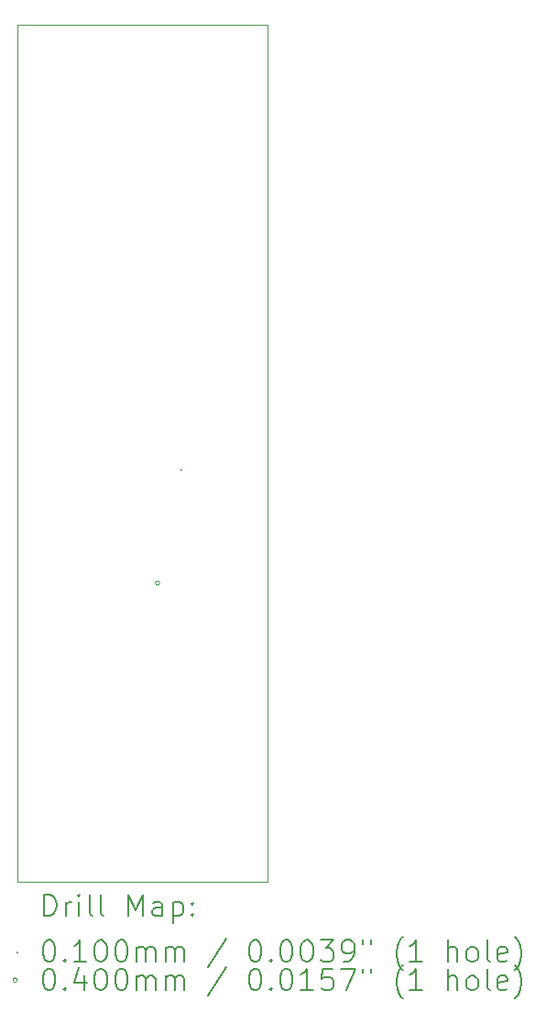
<source format=gbr>
%TF.GenerationSoftware,KiCad,Pcbnew,7.0.2*%
%TF.CreationDate,2023-05-03T22:51:01+02:00*%
%TF.ProjectId,Frackstock,46726163-6b73-4746-9f63-6b2e6b696361,rev?*%
%TF.SameCoordinates,PX54f9b60PY6e87f28*%
%TF.FileFunction,Drillmap*%
%TF.FilePolarity,Positive*%
%FSLAX45Y45*%
G04 Gerber Fmt 4.5, Leading zero omitted, Abs format (unit mm)*
G04 Created by KiCad (PCBNEW 7.0.2) date 2023-05-03 22:51:01*
%MOMM*%
%LPD*%
G01*
G04 APERTURE LIST*
%ADD10C,0.100000*%
%ADD11C,0.200000*%
%ADD12C,0.010000*%
%ADD13C,0.040000*%
G04 APERTURE END LIST*
D10*
X-320Y7904260D02*
X2304480Y7904260D01*
X2304480Y20D01*
X-320Y20D01*
X-320Y7904260D01*
D11*
D12*
X1501820Y3807380D02*
X1511820Y3797380D01*
X1511820Y3807380D02*
X1501820Y3797380D01*
D13*
X1310770Y2755788D02*
G75*
G03*
X1310770Y2755788I-20000J0D01*
G01*
D11*
X242299Y-317504D02*
X242299Y-117504D01*
X242299Y-117504D02*
X289918Y-117504D01*
X289918Y-117504D02*
X318490Y-127028D01*
X318490Y-127028D02*
X337537Y-146075D01*
X337537Y-146075D02*
X347061Y-165123D01*
X347061Y-165123D02*
X356585Y-203218D01*
X356585Y-203218D02*
X356585Y-231789D01*
X356585Y-231789D02*
X347061Y-269885D01*
X347061Y-269885D02*
X337537Y-288932D01*
X337537Y-288932D02*
X318490Y-307980D01*
X318490Y-307980D02*
X289918Y-317504D01*
X289918Y-317504D02*
X242299Y-317504D01*
X442299Y-317504D02*
X442299Y-184170D01*
X442299Y-222266D02*
X451823Y-203218D01*
X451823Y-203218D02*
X461347Y-193694D01*
X461347Y-193694D02*
X480394Y-184170D01*
X480394Y-184170D02*
X499442Y-184170D01*
X566109Y-317504D02*
X566109Y-184170D01*
X566109Y-117504D02*
X556585Y-127028D01*
X556585Y-127028D02*
X566109Y-136551D01*
X566109Y-136551D02*
X575632Y-127028D01*
X575632Y-127028D02*
X566109Y-117504D01*
X566109Y-117504D02*
X566109Y-136551D01*
X689918Y-317504D02*
X670870Y-307980D01*
X670870Y-307980D02*
X661347Y-288932D01*
X661347Y-288932D02*
X661347Y-117504D01*
X794680Y-317504D02*
X775632Y-307980D01*
X775632Y-307980D02*
X766108Y-288932D01*
X766108Y-288932D02*
X766108Y-117504D01*
X1023251Y-317504D02*
X1023251Y-117504D01*
X1023251Y-117504D02*
X1089918Y-260361D01*
X1089918Y-260361D02*
X1156585Y-117504D01*
X1156585Y-117504D02*
X1156585Y-317504D01*
X1337537Y-317504D02*
X1337537Y-212742D01*
X1337537Y-212742D02*
X1328013Y-193694D01*
X1328013Y-193694D02*
X1308966Y-184170D01*
X1308966Y-184170D02*
X1270870Y-184170D01*
X1270870Y-184170D02*
X1251823Y-193694D01*
X1337537Y-307980D02*
X1318490Y-317504D01*
X1318490Y-317504D02*
X1270870Y-317504D01*
X1270870Y-317504D02*
X1251823Y-307980D01*
X1251823Y-307980D02*
X1242299Y-288932D01*
X1242299Y-288932D02*
X1242299Y-269885D01*
X1242299Y-269885D02*
X1251823Y-250837D01*
X1251823Y-250837D02*
X1270870Y-241313D01*
X1270870Y-241313D02*
X1318490Y-241313D01*
X1318490Y-241313D02*
X1337537Y-231789D01*
X1432775Y-184170D02*
X1432775Y-384170D01*
X1432775Y-193694D02*
X1451823Y-184170D01*
X1451823Y-184170D02*
X1489918Y-184170D01*
X1489918Y-184170D02*
X1508966Y-193694D01*
X1508966Y-193694D02*
X1518489Y-203218D01*
X1518489Y-203218D02*
X1528013Y-222266D01*
X1528013Y-222266D02*
X1528013Y-279409D01*
X1528013Y-279409D02*
X1518489Y-298456D01*
X1518489Y-298456D02*
X1508966Y-307980D01*
X1508966Y-307980D02*
X1489918Y-317504D01*
X1489918Y-317504D02*
X1451823Y-317504D01*
X1451823Y-317504D02*
X1432775Y-307980D01*
X1613728Y-298456D02*
X1623251Y-307980D01*
X1623251Y-307980D02*
X1613728Y-317504D01*
X1613728Y-317504D02*
X1604204Y-307980D01*
X1604204Y-307980D02*
X1613728Y-298456D01*
X1613728Y-298456D02*
X1613728Y-317504D01*
X1613728Y-193694D02*
X1623251Y-203218D01*
X1623251Y-203218D02*
X1613728Y-212742D01*
X1613728Y-212742D02*
X1604204Y-203218D01*
X1604204Y-203218D02*
X1613728Y-193694D01*
X1613728Y-193694D02*
X1613728Y-212742D01*
D12*
X-15320Y-639980D02*
X-5320Y-649980D01*
X-5320Y-639980D02*
X-15320Y-649980D01*
D11*
X280394Y-537504D02*
X299442Y-537504D01*
X299442Y-537504D02*
X318490Y-547028D01*
X318490Y-547028D02*
X328013Y-556551D01*
X328013Y-556551D02*
X337537Y-575599D01*
X337537Y-575599D02*
X347061Y-613694D01*
X347061Y-613694D02*
X347061Y-661313D01*
X347061Y-661313D02*
X337537Y-699408D01*
X337537Y-699408D02*
X328013Y-718456D01*
X328013Y-718456D02*
X318490Y-727980D01*
X318490Y-727980D02*
X299442Y-737504D01*
X299442Y-737504D02*
X280394Y-737504D01*
X280394Y-737504D02*
X261347Y-727980D01*
X261347Y-727980D02*
X251823Y-718456D01*
X251823Y-718456D02*
X242299Y-699408D01*
X242299Y-699408D02*
X232775Y-661313D01*
X232775Y-661313D02*
X232775Y-613694D01*
X232775Y-613694D02*
X242299Y-575599D01*
X242299Y-575599D02*
X251823Y-556551D01*
X251823Y-556551D02*
X261347Y-547028D01*
X261347Y-547028D02*
X280394Y-537504D01*
X432775Y-718456D02*
X442299Y-727980D01*
X442299Y-727980D02*
X432775Y-737504D01*
X432775Y-737504D02*
X423251Y-727980D01*
X423251Y-727980D02*
X432775Y-718456D01*
X432775Y-718456D02*
X432775Y-737504D01*
X632775Y-737504D02*
X518489Y-737504D01*
X575632Y-737504D02*
X575632Y-537504D01*
X575632Y-537504D02*
X556585Y-566075D01*
X556585Y-566075D02*
X537537Y-585123D01*
X537537Y-585123D02*
X518489Y-594647D01*
X756585Y-537504D02*
X775632Y-537504D01*
X775632Y-537504D02*
X794680Y-547028D01*
X794680Y-547028D02*
X804204Y-556551D01*
X804204Y-556551D02*
X813728Y-575599D01*
X813728Y-575599D02*
X823251Y-613694D01*
X823251Y-613694D02*
X823251Y-661313D01*
X823251Y-661313D02*
X813728Y-699408D01*
X813728Y-699408D02*
X804204Y-718456D01*
X804204Y-718456D02*
X794680Y-727980D01*
X794680Y-727980D02*
X775632Y-737504D01*
X775632Y-737504D02*
X756585Y-737504D01*
X756585Y-737504D02*
X737537Y-727980D01*
X737537Y-727980D02*
X728013Y-718456D01*
X728013Y-718456D02*
X718489Y-699408D01*
X718489Y-699408D02*
X708966Y-661313D01*
X708966Y-661313D02*
X708966Y-613694D01*
X708966Y-613694D02*
X718489Y-575599D01*
X718489Y-575599D02*
X728013Y-556551D01*
X728013Y-556551D02*
X737537Y-547028D01*
X737537Y-547028D02*
X756585Y-537504D01*
X947061Y-537504D02*
X966109Y-537504D01*
X966109Y-537504D02*
X985156Y-547028D01*
X985156Y-547028D02*
X994680Y-556551D01*
X994680Y-556551D02*
X1004204Y-575599D01*
X1004204Y-575599D02*
X1013728Y-613694D01*
X1013728Y-613694D02*
X1013728Y-661313D01*
X1013728Y-661313D02*
X1004204Y-699408D01*
X1004204Y-699408D02*
X994680Y-718456D01*
X994680Y-718456D02*
X985156Y-727980D01*
X985156Y-727980D02*
X966109Y-737504D01*
X966109Y-737504D02*
X947061Y-737504D01*
X947061Y-737504D02*
X928013Y-727980D01*
X928013Y-727980D02*
X918489Y-718456D01*
X918489Y-718456D02*
X908966Y-699408D01*
X908966Y-699408D02*
X899442Y-661313D01*
X899442Y-661313D02*
X899442Y-613694D01*
X899442Y-613694D02*
X908966Y-575599D01*
X908966Y-575599D02*
X918489Y-556551D01*
X918489Y-556551D02*
X928013Y-547028D01*
X928013Y-547028D02*
X947061Y-537504D01*
X1099442Y-737504D02*
X1099442Y-604170D01*
X1099442Y-623218D02*
X1108966Y-613694D01*
X1108966Y-613694D02*
X1128013Y-604170D01*
X1128013Y-604170D02*
X1156585Y-604170D01*
X1156585Y-604170D02*
X1175632Y-613694D01*
X1175632Y-613694D02*
X1185156Y-632742D01*
X1185156Y-632742D02*
X1185156Y-737504D01*
X1185156Y-632742D02*
X1194680Y-613694D01*
X1194680Y-613694D02*
X1213728Y-604170D01*
X1213728Y-604170D02*
X1242299Y-604170D01*
X1242299Y-604170D02*
X1261347Y-613694D01*
X1261347Y-613694D02*
X1270871Y-632742D01*
X1270871Y-632742D02*
X1270871Y-737504D01*
X1366109Y-737504D02*
X1366109Y-604170D01*
X1366109Y-623218D02*
X1375632Y-613694D01*
X1375632Y-613694D02*
X1394680Y-604170D01*
X1394680Y-604170D02*
X1423251Y-604170D01*
X1423251Y-604170D02*
X1442299Y-613694D01*
X1442299Y-613694D02*
X1451823Y-632742D01*
X1451823Y-632742D02*
X1451823Y-737504D01*
X1451823Y-632742D02*
X1461347Y-613694D01*
X1461347Y-613694D02*
X1480394Y-604170D01*
X1480394Y-604170D02*
X1508966Y-604170D01*
X1508966Y-604170D02*
X1528013Y-613694D01*
X1528013Y-613694D02*
X1537537Y-632742D01*
X1537537Y-632742D02*
X1537537Y-737504D01*
X1928013Y-527980D02*
X1756585Y-785123D01*
X2185156Y-537504D02*
X2204204Y-537504D01*
X2204204Y-537504D02*
X2223252Y-547028D01*
X2223252Y-547028D02*
X2232775Y-556551D01*
X2232775Y-556551D02*
X2242299Y-575599D01*
X2242299Y-575599D02*
X2251823Y-613694D01*
X2251823Y-613694D02*
X2251823Y-661313D01*
X2251823Y-661313D02*
X2242299Y-699408D01*
X2242299Y-699408D02*
X2232775Y-718456D01*
X2232775Y-718456D02*
X2223252Y-727980D01*
X2223252Y-727980D02*
X2204204Y-737504D01*
X2204204Y-737504D02*
X2185156Y-737504D01*
X2185156Y-737504D02*
X2166109Y-727980D01*
X2166109Y-727980D02*
X2156585Y-718456D01*
X2156585Y-718456D02*
X2147061Y-699408D01*
X2147061Y-699408D02*
X2137537Y-661313D01*
X2137537Y-661313D02*
X2137537Y-613694D01*
X2137537Y-613694D02*
X2147061Y-575599D01*
X2147061Y-575599D02*
X2156585Y-556551D01*
X2156585Y-556551D02*
X2166109Y-547028D01*
X2166109Y-547028D02*
X2185156Y-537504D01*
X2337537Y-718456D02*
X2347061Y-727980D01*
X2347061Y-727980D02*
X2337537Y-737504D01*
X2337537Y-737504D02*
X2328014Y-727980D01*
X2328014Y-727980D02*
X2337537Y-718456D01*
X2337537Y-718456D02*
X2337537Y-737504D01*
X2470871Y-537504D02*
X2489918Y-537504D01*
X2489918Y-537504D02*
X2508966Y-547028D01*
X2508966Y-547028D02*
X2518490Y-556551D01*
X2518490Y-556551D02*
X2528014Y-575599D01*
X2528014Y-575599D02*
X2537537Y-613694D01*
X2537537Y-613694D02*
X2537537Y-661313D01*
X2537537Y-661313D02*
X2528014Y-699408D01*
X2528014Y-699408D02*
X2518490Y-718456D01*
X2518490Y-718456D02*
X2508966Y-727980D01*
X2508966Y-727980D02*
X2489918Y-737504D01*
X2489918Y-737504D02*
X2470871Y-737504D01*
X2470871Y-737504D02*
X2451823Y-727980D01*
X2451823Y-727980D02*
X2442299Y-718456D01*
X2442299Y-718456D02*
X2432775Y-699408D01*
X2432775Y-699408D02*
X2423252Y-661313D01*
X2423252Y-661313D02*
X2423252Y-613694D01*
X2423252Y-613694D02*
X2432775Y-575599D01*
X2432775Y-575599D02*
X2442299Y-556551D01*
X2442299Y-556551D02*
X2451823Y-547028D01*
X2451823Y-547028D02*
X2470871Y-537504D01*
X2661347Y-537504D02*
X2680395Y-537504D01*
X2680395Y-537504D02*
X2699442Y-547028D01*
X2699442Y-547028D02*
X2708966Y-556551D01*
X2708966Y-556551D02*
X2718490Y-575599D01*
X2718490Y-575599D02*
X2728014Y-613694D01*
X2728014Y-613694D02*
X2728014Y-661313D01*
X2728014Y-661313D02*
X2718490Y-699408D01*
X2718490Y-699408D02*
X2708966Y-718456D01*
X2708966Y-718456D02*
X2699442Y-727980D01*
X2699442Y-727980D02*
X2680395Y-737504D01*
X2680395Y-737504D02*
X2661347Y-737504D01*
X2661347Y-737504D02*
X2642299Y-727980D01*
X2642299Y-727980D02*
X2632775Y-718456D01*
X2632775Y-718456D02*
X2623252Y-699408D01*
X2623252Y-699408D02*
X2613728Y-661313D01*
X2613728Y-661313D02*
X2613728Y-613694D01*
X2613728Y-613694D02*
X2623252Y-575599D01*
X2623252Y-575599D02*
X2632775Y-556551D01*
X2632775Y-556551D02*
X2642299Y-547028D01*
X2642299Y-547028D02*
X2661347Y-537504D01*
X2794680Y-537504D02*
X2918490Y-537504D01*
X2918490Y-537504D02*
X2851823Y-613694D01*
X2851823Y-613694D02*
X2880394Y-613694D01*
X2880394Y-613694D02*
X2899442Y-623218D01*
X2899442Y-623218D02*
X2908966Y-632742D01*
X2908966Y-632742D02*
X2918490Y-651790D01*
X2918490Y-651790D02*
X2918490Y-699408D01*
X2918490Y-699408D02*
X2908966Y-718456D01*
X2908966Y-718456D02*
X2899442Y-727980D01*
X2899442Y-727980D02*
X2880394Y-737504D01*
X2880394Y-737504D02*
X2823252Y-737504D01*
X2823252Y-737504D02*
X2804204Y-727980D01*
X2804204Y-727980D02*
X2794680Y-718456D01*
X3013728Y-737504D02*
X3051823Y-737504D01*
X3051823Y-737504D02*
X3070871Y-727980D01*
X3070871Y-727980D02*
X3080394Y-718456D01*
X3080394Y-718456D02*
X3099442Y-689885D01*
X3099442Y-689885D02*
X3108966Y-651790D01*
X3108966Y-651790D02*
X3108966Y-575599D01*
X3108966Y-575599D02*
X3099442Y-556551D01*
X3099442Y-556551D02*
X3089918Y-547028D01*
X3089918Y-547028D02*
X3070871Y-537504D01*
X3070871Y-537504D02*
X3032775Y-537504D01*
X3032775Y-537504D02*
X3013728Y-547028D01*
X3013728Y-547028D02*
X3004204Y-556551D01*
X3004204Y-556551D02*
X2994680Y-575599D01*
X2994680Y-575599D02*
X2994680Y-623218D01*
X2994680Y-623218D02*
X3004204Y-642266D01*
X3004204Y-642266D02*
X3013728Y-651790D01*
X3013728Y-651790D02*
X3032775Y-661313D01*
X3032775Y-661313D02*
X3070871Y-661313D01*
X3070871Y-661313D02*
X3089918Y-651790D01*
X3089918Y-651790D02*
X3099442Y-642266D01*
X3099442Y-642266D02*
X3108966Y-623218D01*
X3185156Y-537504D02*
X3185156Y-575599D01*
X3261347Y-537504D02*
X3261347Y-575599D01*
X3556585Y-813694D02*
X3547061Y-804170D01*
X3547061Y-804170D02*
X3528014Y-775599D01*
X3528014Y-775599D02*
X3518490Y-756551D01*
X3518490Y-756551D02*
X3508966Y-727980D01*
X3508966Y-727980D02*
X3499442Y-680361D01*
X3499442Y-680361D02*
X3499442Y-642266D01*
X3499442Y-642266D02*
X3508966Y-594647D01*
X3508966Y-594647D02*
X3518490Y-566075D01*
X3518490Y-566075D02*
X3528014Y-547028D01*
X3528014Y-547028D02*
X3547061Y-518456D01*
X3547061Y-518456D02*
X3556585Y-508932D01*
X3737537Y-737504D02*
X3623252Y-737504D01*
X3680394Y-737504D02*
X3680394Y-537504D01*
X3680394Y-537504D02*
X3661347Y-566075D01*
X3661347Y-566075D02*
X3642299Y-585123D01*
X3642299Y-585123D02*
X3623252Y-594647D01*
X3975633Y-737504D02*
X3975633Y-537504D01*
X4061347Y-737504D02*
X4061347Y-632742D01*
X4061347Y-632742D02*
X4051823Y-613694D01*
X4051823Y-613694D02*
X4032776Y-604170D01*
X4032776Y-604170D02*
X4004204Y-604170D01*
X4004204Y-604170D02*
X3985156Y-613694D01*
X3985156Y-613694D02*
X3975633Y-623218D01*
X4185156Y-737504D02*
X4166109Y-727980D01*
X4166109Y-727980D02*
X4156585Y-718456D01*
X4156585Y-718456D02*
X4147061Y-699408D01*
X4147061Y-699408D02*
X4147061Y-642266D01*
X4147061Y-642266D02*
X4156585Y-623218D01*
X4156585Y-623218D02*
X4166109Y-613694D01*
X4166109Y-613694D02*
X4185156Y-604170D01*
X4185156Y-604170D02*
X4213728Y-604170D01*
X4213728Y-604170D02*
X4232776Y-613694D01*
X4232776Y-613694D02*
X4242299Y-623218D01*
X4242299Y-623218D02*
X4251823Y-642266D01*
X4251823Y-642266D02*
X4251823Y-699408D01*
X4251823Y-699408D02*
X4242299Y-718456D01*
X4242299Y-718456D02*
X4232776Y-727980D01*
X4232776Y-727980D02*
X4213728Y-737504D01*
X4213728Y-737504D02*
X4185156Y-737504D01*
X4366109Y-737504D02*
X4347061Y-727980D01*
X4347061Y-727980D02*
X4337538Y-708932D01*
X4337538Y-708932D02*
X4337538Y-537504D01*
X4518490Y-727980D02*
X4499442Y-737504D01*
X4499442Y-737504D02*
X4461347Y-737504D01*
X4461347Y-737504D02*
X4442299Y-727980D01*
X4442299Y-727980D02*
X4432776Y-708932D01*
X4432776Y-708932D02*
X4432776Y-632742D01*
X4432776Y-632742D02*
X4442299Y-613694D01*
X4442299Y-613694D02*
X4461347Y-604170D01*
X4461347Y-604170D02*
X4499442Y-604170D01*
X4499442Y-604170D02*
X4518490Y-613694D01*
X4518490Y-613694D02*
X4528014Y-632742D01*
X4528014Y-632742D02*
X4528014Y-651790D01*
X4528014Y-651790D02*
X4432776Y-670837D01*
X4594680Y-813694D02*
X4604204Y-804170D01*
X4604204Y-804170D02*
X4623252Y-775599D01*
X4623252Y-775599D02*
X4632776Y-756551D01*
X4632776Y-756551D02*
X4642299Y-727980D01*
X4642299Y-727980D02*
X4651823Y-680361D01*
X4651823Y-680361D02*
X4651823Y-642266D01*
X4651823Y-642266D02*
X4642299Y-594647D01*
X4642299Y-594647D02*
X4632776Y-566075D01*
X4632776Y-566075D02*
X4623252Y-547028D01*
X4623252Y-547028D02*
X4604204Y-518456D01*
X4604204Y-518456D02*
X4594680Y-508932D01*
D13*
X-5320Y-908980D02*
G75*
G03*
X-5320Y-908980I-20000J0D01*
G01*
D11*
X280394Y-801504D02*
X299442Y-801504D01*
X299442Y-801504D02*
X318490Y-811028D01*
X318490Y-811028D02*
X328013Y-820551D01*
X328013Y-820551D02*
X337537Y-839599D01*
X337537Y-839599D02*
X347061Y-877694D01*
X347061Y-877694D02*
X347061Y-925313D01*
X347061Y-925313D02*
X337537Y-963408D01*
X337537Y-963408D02*
X328013Y-982456D01*
X328013Y-982456D02*
X318490Y-991980D01*
X318490Y-991980D02*
X299442Y-1001504D01*
X299442Y-1001504D02*
X280394Y-1001504D01*
X280394Y-1001504D02*
X261347Y-991980D01*
X261347Y-991980D02*
X251823Y-982456D01*
X251823Y-982456D02*
X242299Y-963408D01*
X242299Y-963408D02*
X232775Y-925313D01*
X232775Y-925313D02*
X232775Y-877694D01*
X232775Y-877694D02*
X242299Y-839599D01*
X242299Y-839599D02*
X251823Y-820551D01*
X251823Y-820551D02*
X261347Y-811028D01*
X261347Y-811028D02*
X280394Y-801504D01*
X432775Y-982456D02*
X442299Y-991980D01*
X442299Y-991980D02*
X432775Y-1001504D01*
X432775Y-1001504D02*
X423251Y-991980D01*
X423251Y-991980D02*
X432775Y-982456D01*
X432775Y-982456D02*
X432775Y-1001504D01*
X613728Y-868170D02*
X613728Y-1001504D01*
X566109Y-791980D02*
X518489Y-934837D01*
X518489Y-934837D02*
X642299Y-934837D01*
X756585Y-801504D02*
X775632Y-801504D01*
X775632Y-801504D02*
X794680Y-811028D01*
X794680Y-811028D02*
X804204Y-820551D01*
X804204Y-820551D02*
X813728Y-839599D01*
X813728Y-839599D02*
X823251Y-877694D01*
X823251Y-877694D02*
X823251Y-925313D01*
X823251Y-925313D02*
X813728Y-963408D01*
X813728Y-963408D02*
X804204Y-982456D01*
X804204Y-982456D02*
X794680Y-991980D01*
X794680Y-991980D02*
X775632Y-1001504D01*
X775632Y-1001504D02*
X756585Y-1001504D01*
X756585Y-1001504D02*
X737537Y-991980D01*
X737537Y-991980D02*
X728013Y-982456D01*
X728013Y-982456D02*
X718489Y-963408D01*
X718489Y-963408D02*
X708966Y-925313D01*
X708966Y-925313D02*
X708966Y-877694D01*
X708966Y-877694D02*
X718489Y-839599D01*
X718489Y-839599D02*
X728013Y-820551D01*
X728013Y-820551D02*
X737537Y-811028D01*
X737537Y-811028D02*
X756585Y-801504D01*
X947061Y-801504D02*
X966109Y-801504D01*
X966109Y-801504D02*
X985156Y-811028D01*
X985156Y-811028D02*
X994680Y-820551D01*
X994680Y-820551D02*
X1004204Y-839599D01*
X1004204Y-839599D02*
X1013728Y-877694D01*
X1013728Y-877694D02*
X1013728Y-925313D01*
X1013728Y-925313D02*
X1004204Y-963408D01*
X1004204Y-963408D02*
X994680Y-982456D01*
X994680Y-982456D02*
X985156Y-991980D01*
X985156Y-991980D02*
X966109Y-1001504D01*
X966109Y-1001504D02*
X947061Y-1001504D01*
X947061Y-1001504D02*
X928013Y-991980D01*
X928013Y-991980D02*
X918489Y-982456D01*
X918489Y-982456D02*
X908966Y-963408D01*
X908966Y-963408D02*
X899442Y-925313D01*
X899442Y-925313D02*
X899442Y-877694D01*
X899442Y-877694D02*
X908966Y-839599D01*
X908966Y-839599D02*
X918489Y-820551D01*
X918489Y-820551D02*
X928013Y-811028D01*
X928013Y-811028D02*
X947061Y-801504D01*
X1099442Y-1001504D02*
X1099442Y-868170D01*
X1099442Y-887218D02*
X1108966Y-877694D01*
X1108966Y-877694D02*
X1128013Y-868170D01*
X1128013Y-868170D02*
X1156585Y-868170D01*
X1156585Y-868170D02*
X1175632Y-877694D01*
X1175632Y-877694D02*
X1185156Y-896742D01*
X1185156Y-896742D02*
X1185156Y-1001504D01*
X1185156Y-896742D02*
X1194680Y-877694D01*
X1194680Y-877694D02*
X1213728Y-868170D01*
X1213728Y-868170D02*
X1242299Y-868170D01*
X1242299Y-868170D02*
X1261347Y-877694D01*
X1261347Y-877694D02*
X1270871Y-896742D01*
X1270871Y-896742D02*
X1270871Y-1001504D01*
X1366109Y-1001504D02*
X1366109Y-868170D01*
X1366109Y-887218D02*
X1375632Y-877694D01*
X1375632Y-877694D02*
X1394680Y-868170D01*
X1394680Y-868170D02*
X1423251Y-868170D01*
X1423251Y-868170D02*
X1442299Y-877694D01*
X1442299Y-877694D02*
X1451823Y-896742D01*
X1451823Y-896742D02*
X1451823Y-1001504D01*
X1451823Y-896742D02*
X1461347Y-877694D01*
X1461347Y-877694D02*
X1480394Y-868170D01*
X1480394Y-868170D02*
X1508966Y-868170D01*
X1508966Y-868170D02*
X1528013Y-877694D01*
X1528013Y-877694D02*
X1537537Y-896742D01*
X1537537Y-896742D02*
X1537537Y-1001504D01*
X1928013Y-791980D02*
X1756585Y-1049123D01*
X2185156Y-801504D02*
X2204204Y-801504D01*
X2204204Y-801504D02*
X2223252Y-811028D01*
X2223252Y-811028D02*
X2232775Y-820551D01*
X2232775Y-820551D02*
X2242299Y-839599D01*
X2242299Y-839599D02*
X2251823Y-877694D01*
X2251823Y-877694D02*
X2251823Y-925313D01*
X2251823Y-925313D02*
X2242299Y-963408D01*
X2242299Y-963408D02*
X2232775Y-982456D01*
X2232775Y-982456D02*
X2223252Y-991980D01*
X2223252Y-991980D02*
X2204204Y-1001504D01*
X2204204Y-1001504D02*
X2185156Y-1001504D01*
X2185156Y-1001504D02*
X2166109Y-991980D01*
X2166109Y-991980D02*
X2156585Y-982456D01*
X2156585Y-982456D02*
X2147061Y-963408D01*
X2147061Y-963408D02*
X2137537Y-925313D01*
X2137537Y-925313D02*
X2137537Y-877694D01*
X2137537Y-877694D02*
X2147061Y-839599D01*
X2147061Y-839599D02*
X2156585Y-820551D01*
X2156585Y-820551D02*
X2166109Y-811028D01*
X2166109Y-811028D02*
X2185156Y-801504D01*
X2337537Y-982456D02*
X2347061Y-991980D01*
X2347061Y-991980D02*
X2337537Y-1001504D01*
X2337537Y-1001504D02*
X2328014Y-991980D01*
X2328014Y-991980D02*
X2337537Y-982456D01*
X2337537Y-982456D02*
X2337537Y-1001504D01*
X2470871Y-801504D02*
X2489918Y-801504D01*
X2489918Y-801504D02*
X2508966Y-811028D01*
X2508966Y-811028D02*
X2518490Y-820551D01*
X2518490Y-820551D02*
X2528014Y-839599D01*
X2528014Y-839599D02*
X2537537Y-877694D01*
X2537537Y-877694D02*
X2537537Y-925313D01*
X2537537Y-925313D02*
X2528014Y-963408D01*
X2528014Y-963408D02*
X2518490Y-982456D01*
X2518490Y-982456D02*
X2508966Y-991980D01*
X2508966Y-991980D02*
X2489918Y-1001504D01*
X2489918Y-1001504D02*
X2470871Y-1001504D01*
X2470871Y-1001504D02*
X2451823Y-991980D01*
X2451823Y-991980D02*
X2442299Y-982456D01*
X2442299Y-982456D02*
X2432775Y-963408D01*
X2432775Y-963408D02*
X2423252Y-925313D01*
X2423252Y-925313D02*
X2423252Y-877694D01*
X2423252Y-877694D02*
X2432775Y-839599D01*
X2432775Y-839599D02*
X2442299Y-820551D01*
X2442299Y-820551D02*
X2451823Y-811028D01*
X2451823Y-811028D02*
X2470871Y-801504D01*
X2728014Y-1001504D02*
X2613728Y-1001504D01*
X2670871Y-1001504D02*
X2670871Y-801504D01*
X2670871Y-801504D02*
X2651823Y-830075D01*
X2651823Y-830075D02*
X2632775Y-849123D01*
X2632775Y-849123D02*
X2613728Y-858647D01*
X2908966Y-801504D02*
X2813728Y-801504D01*
X2813728Y-801504D02*
X2804204Y-896742D01*
X2804204Y-896742D02*
X2813728Y-887218D01*
X2813728Y-887218D02*
X2832775Y-877694D01*
X2832775Y-877694D02*
X2880394Y-877694D01*
X2880394Y-877694D02*
X2899442Y-887218D01*
X2899442Y-887218D02*
X2908966Y-896742D01*
X2908966Y-896742D02*
X2918490Y-915789D01*
X2918490Y-915789D02*
X2918490Y-963408D01*
X2918490Y-963408D02*
X2908966Y-982456D01*
X2908966Y-982456D02*
X2899442Y-991980D01*
X2899442Y-991980D02*
X2880394Y-1001504D01*
X2880394Y-1001504D02*
X2832775Y-1001504D01*
X2832775Y-1001504D02*
X2813728Y-991980D01*
X2813728Y-991980D02*
X2804204Y-982456D01*
X2985156Y-801504D02*
X3118490Y-801504D01*
X3118490Y-801504D02*
X3032775Y-1001504D01*
X3185156Y-801504D02*
X3185156Y-839599D01*
X3261347Y-801504D02*
X3261347Y-839599D01*
X3556585Y-1077694D02*
X3547061Y-1068170D01*
X3547061Y-1068170D02*
X3528014Y-1039599D01*
X3528014Y-1039599D02*
X3518490Y-1020551D01*
X3518490Y-1020551D02*
X3508966Y-991980D01*
X3508966Y-991980D02*
X3499442Y-944361D01*
X3499442Y-944361D02*
X3499442Y-906266D01*
X3499442Y-906266D02*
X3508966Y-858647D01*
X3508966Y-858647D02*
X3518490Y-830075D01*
X3518490Y-830075D02*
X3528014Y-811028D01*
X3528014Y-811028D02*
X3547061Y-782456D01*
X3547061Y-782456D02*
X3556585Y-772932D01*
X3737537Y-1001504D02*
X3623252Y-1001504D01*
X3680394Y-1001504D02*
X3680394Y-801504D01*
X3680394Y-801504D02*
X3661347Y-830075D01*
X3661347Y-830075D02*
X3642299Y-849123D01*
X3642299Y-849123D02*
X3623252Y-858647D01*
X3975633Y-1001504D02*
X3975633Y-801504D01*
X4061347Y-1001504D02*
X4061347Y-896742D01*
X4061347Y-896742D02*
X4051823Y-877694D01*
X4051823Y-877694D02*
X4032776Y-868170D01*
X4032776Y-868170D02*
X4004204Y-868170D01*
X4004204Y-868170D02*
X3985156Y-877694D01*
X3985156Y-877694D02*
X3975633Y-887218D01*
X4185156Y-1001504D02*
X4166109Y-991980D01*
X4166109Y-991980D02*
X4156585Y-982456D01*
X4156585Y-982456D02*
X4147061Y-963408D01*
X4147061Y-963408D02*
X4147061Y-906266D01*
X4147061Y-906266D02*
X4156585Y-887218D01*
X4156585Y-887218D02*
X4166109Y-877694D01*
X4166109Y-877694D02*
X4185156Y-868170D01*
X4185156Y-868170D02*
X4213728Y-868170D01*
X4213728Y-868170D02*
X4232776Y-877694D01*
X4232776Y-877694D02*
X4242299Y-887218D01*
X4242299Y-887218D02*
X4251823Y-906266D01*
X4251823Y-906266D02*
X4251823Y-963408D01*
X4251823Y-963408D02*
X4242299Y-982456D01*
X4242299Y-982456D02*
X4232776Y-991980D01*
X4232776Y-991980D02*
X4213728Y-1001504D01*
X4213728Y-1001504D02*
X4185156Y-1001504D01*
X4366109Y-1001504D02*
X4347061Y-991980D01*
X4347061Y-991980D02*
X4337538Y-972932D01*
X4337538Y-972932D02*
X4337538Y-801504D01*
X4518490Y-991980D02*
X4499442Y-1001504D01*
X4499442Y-1001504D02*
X4461347Y-1001504D01*
X4461347Y-1001504D02*
X4442299Y-991980D01*
X4442299Y-991980D02*
X4432776Y-972932D01*
X4432776Y-972932D02*
X4432776Y-896742D01*
X4432776Y-896742D02*
X4442299Y-877694D01*
X4442299Y-877694D02*
X4461347Y-868170D01*
X4461347Y-868170D02*
X4499442Y-868170D01*
X4499442Y-868170D02*
X4518490Y-877694D01*
X4518490Y-877694D02*
X4528014Y-896742D01*
X4528014Y-896742D02*
X4528014Y-915789D01*
X4528014Y-915789D02*
X4432776Y-934837D01*
X4594680Y-1077694D02*
X4604204Y-1068170D01*
X4604204Y-1068170D02*
X4623252Y-1039599D01*
X4623252Y-1039599D02*
X4632776Y-1020551D01*
X4632776Y-1020551D02*
X4642299Y-991980D01*
X4642299Y-991980D02*
X4651823Y-944361D01*
X4651823Y-944361D02*
X4651823Y-906266D01*
X4651823Y-906266D02*
X4642299Y-858647D01*
X4642299Y-858647D02*
X4632776Y-830075D01*
X4632776Y-830075D02*
X4623252Y-811028D01*
X4623252Y-811028D02*
X4604204Y-782456D01*
X4604204Y-782456D02*
X4594680Y-772932D01*
M02*

</source>
